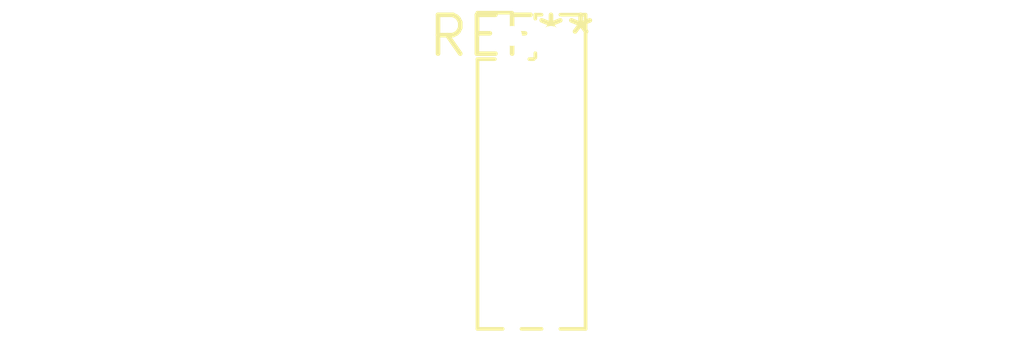
<source format=kicad_pcb>
(kicad_pcb (version 20240108) (generator pcbnew)
  (layers (0 "F.Cu" signal) (31 "B.Cu" signal) (34 "B.Paste" user) (35 "F.Paste" user) (36 "B.SilkS" user "B.Silkscreen") (37 "F.SilkS" user "F.Silkscreen") (38 "B.Mask" user) (39 "F.Mask" user) (44 "Edge.Cuts" user))
  (net 0 "")
  (footprint "PinHeader_2x08_P1.27mm_Vertical" (layer "F.Cu") (at 0 0)
    (property "Reference" "REF**")
    (property "Value" "PinHeader_2x08_P1.27mm_Vertical")
    (fp_line (start -1.13 -0.76) (end 0 -0.76) (layer "F.SilkS") (stroke (width 0.12)))
    (fp_line (start -1.13 0) (end -1.13 -0.76) (layer "F.SilkS") (stroke (width 0.12)))
    (fp_line (start -1.13 0.76) (end -1.13 9.585) (layer "F.SilkS") (stroke (width 0.12)))
    (fp_line (start -1.13 0.76) (end -0.563471 0.76) (layer "F.SilkS") (stroke (width 0.12)))
    (fp_line (start -1.13 9.585) (end -0.30753 9.585) (layer "F.SilkS") (stroke (width 0.12)))
    (fp_line (start 0.30753 9.585) (end 0.96247 9.585) (layer "F.SilkS") (stroke (width 0.12)))
    (fp_line (start 0.563471 0.76) (end 0.706529 0.76) (layer "F.SilkS") (stroke (width 0.12)))
    (fp_line (start 0.76 -0.695) (end 0.96247 -0.695) (layer "F.SilkS") (stroke (width 0.12)))
    (fp_line (start 0.76 -0.563471) (end 0.76 -0.695) (layer "F.SilkS") (stroke (width 0.12)))
    (fp_line (start 0.76 0.706529) (end 0.76 0.563471) (layer "F.SilkS") (stroke (width 0.12)))
    (fp_line (start 1.57753 -0.695) (end 2.4 -0.695) (layer "F.SilkS") (stroke (width 0.12)))
    (fp_line (start 1.57753 9.585) (end 2.4 9.585) (layer "F.SilkS") (stroke (width 0.12)))
    (fp_line (start 2.4 -0.695) (end 2.4 9.585) (layer "F.SilkS") (stroke (width 0.12)))
    (pad "1" thru_hole rect (at 0 0) (size 1 1) (drill 0.65) (layers *.Cu *.Mask) (remove_unused_layers))
    (pad "2" thru_hole oval (at 1.27 0) (size 1 1) (drill 0.65) (layers *.Cu *.Mask) (remove_unused_layers))
    (pad "3" thru_hole oval (at 0 1.27) (size 1 1) (drill 0.65) (layers *.Cu *.Mask) (remove_unused_layers))
    (pad "4" thru_hole oval (at 1.27 1.27) (size 1 1) (drill 0.65) (layers *.Cu *.Mask) (remove_unused_layers))
    (pad "5" thru_hole oval (at 0 2.54) (size 1 1) (drill 0.65) (layers *.Cu *.Mask) (remove_unused_layers))
    (pad "6" thru_hole oval (at 1.27 2.54) (size 1 1) (drill 0.65) (layers *.Cu *.Mask) (remove_unused_layers))
    (pad "7" thru_hole oval (at 0 3.81) (size 1 1) (drill 0.65) (layers *.Cu *.Mask) (remove_unused_layers))
    (pad "8" thru_hole oval (at 1.27 3.81) (size 1 1) (drill 0.65) (layers *.Cu *.Mask) (remove_unused_layers))
    (pad "9" thru_hole oval (at 0 5.08) (size 1 1) (drill 0.65) (layers *.Cu *.Mask) (remove_unused_layers))
    (pad "10" thru_hole oval (at 1.27 5.08) (size 1 1) (drill 0.65) (layers *.Cu *.Mask) (remove_unused_layers))
    (pad "11" thru_hole oval (at 0 6.35) (size 1 1) (drill 0.65) (layers *.Cu *.Mask) (remove_unused_layers))
    (pad "12" thru_hole oval (at 1.27 6.35) (size 1 1) (drill 0.65) (layers *.Cu *.Mask) (remove_unused_layers))
    (pad "13" thru_hole oval (at 0 7.62) (size 1 1) (drill 0.65) (layers *.Cu *.Mask) (remove_unused_layers))
    (pad "14" thru_hole oval (at 1.27 7.62) (size 1 1) (drill 0.65) (layers *.Cu *.Mask) (remove_unused_layers))
    (pad "15" thru_hole oval (at 0 8.89) (size 1 1) (drill 0.65) (layers *.Cu *.Mask) (remove_unused_layers))
    (pad "16" thru_hole oval (at 1.27 8.89) (size 1 1) (drill 0.65) (layers *.Cu *.Mask) (remove_unused_layers))
  )
)
</source>
